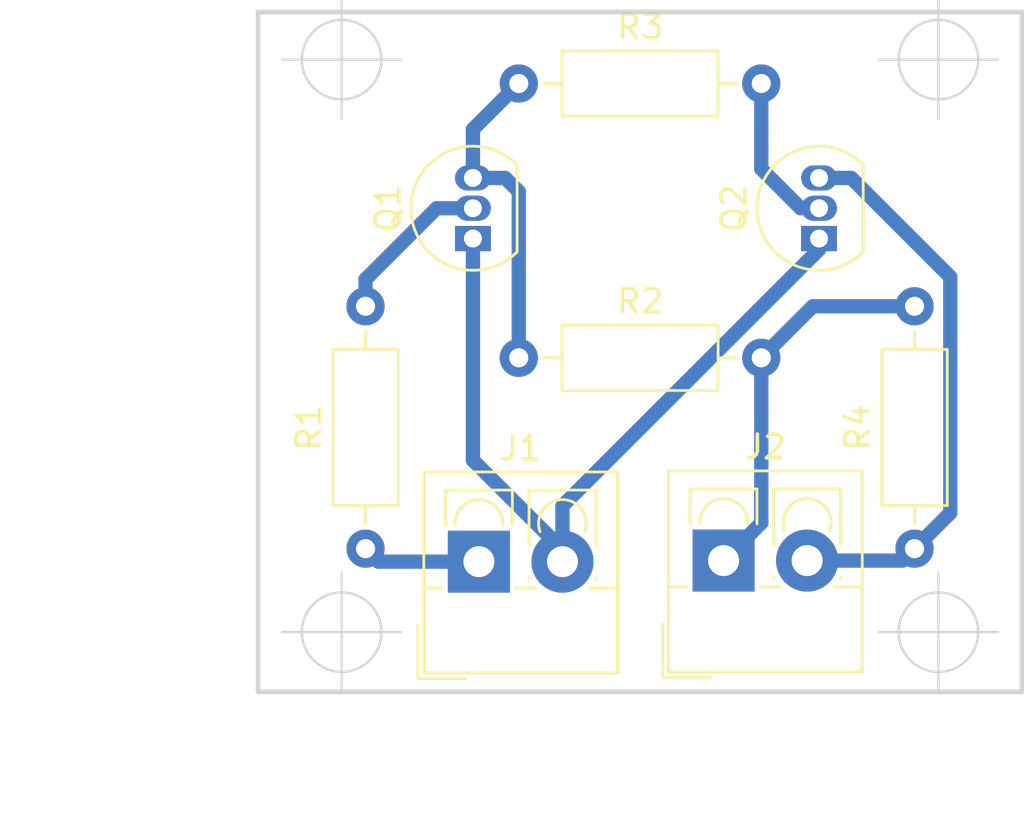
<source format=kicad_pcb>
(kicad_pcb (version 20211014) (generator pcbnew)
  (layers (0 "F.Cu" signal) (31 "B.Cu" signal) (34 "B.Paste" user) (35 "F.Paste" user) (36 "B.SilkS" user "B.Silkscreen") (37 "F.SilkS" user "F.Silkscreen") (38 "B.Mask" user) (39 "F.Mask" user) (44 "Edge.Cuts" user))
  (net 0 "")
  (net 1 "PWM")
  (net 2 "GND")
  (net 3 "+10V")
  (net 4 "Out")
  (net 5 "Net-(Q1-Pad2)")
  (net 6 "Net-(Q1-Pad3)")
  (net 7 "Net-(Q2-Pad2)")
  (footprint "TerminalBlock_4Ucon:TerminalBlock_4Ucon_1x02_P3.50mm_Vertical" (layer "F.Cu") (at 55 39.5)
    (fp_text reference "J2" (at 1.75 -4.76) (layer "F.SilkS"))
    (fp_text value "Screw_Terminal_01x02")
    (fp_line (start 2.1 -3) (end 4.9 -3) (layer "F.SilkS") (width 0.12))
    (fp_line (start -2.31 -3.76) (end -2.31 4.66) (layer "F.SilkS") (width 0.12))
    (fp_line (start 5.81 -3.76) (end 5.81 4.66) (layer "F.SilkS") (width 0.12))
    (fp_line (start 1.4 -3) (end 1.4 -1.54) (layer "F.SilkS") (width 0.12))
    (fp_line (start -2.31 -3.76) (end 5.81 -3.76) (layer "F.SilkS") (width 0.12))
    (fp_line (start -1.4 -3) (end 1.4 -3) (layer "F.SilkS") (width 0.12))
    (fp_line (start -1.4 -3) (end -1.4 -1.54) (layer "F.SilkS") (width 0.12))
    (fp_line (start 2.1 0.75) (end 2.101 0.75) (layer "F.SilkS") (width 0.12))
    (fp_line (start -2.55 4.9) (end -0.55 4.9) (layer "F.SilkS") (width 0.12))
    (fp_line (start 2.1 -3) (end 2.1 -0.689) (layer "F.SilkS") (width 0.12))
    (fp_line (start -2.55 2.66) (end -2.55 4.9) (layer "F.SilkS") (width 0.12))
    (fp_line (start 1.54 1.101) (end 2.367 1.101) (layer "F.SilkS") (width 0.12))
    (fp_line (start 4.634 1.101) (end 5.81 1.101) (layer "F.SilkS") (width 0.12))
    (fp_line (start 4.9 0.689) (end 4.9 0.75) (layer "F.SilkS") (width 0.12))
    (fp_line (start 2.1 0.689) (end 2.1 0.75) (layer "F.SilkS") (width 0.12))
    (fp_line (start -2.31 1.101) (end -1.54 1.101) (layer "F.SilkS") (width 0.12))
    (fp_line (start 4.9 -3) (end 4.9 -0.689) (layer "F.SilkS") (width 0.12))
    (fp_line (start -2.31 4.66) (end 5.81 4.66) (layer "F.SilkS") (width 0.12))
    (fp_line (start 4.9 0.75) (end 4.9 0.75) (layer "F.SilkS") (width 0.12))
    (fp_arc (start 2.560085 -1.257767) (mid 3.499876 -2.600282) (end 4.44 -1.258) (layer "F.SilkS") (width 0.12))
    (fp_arc (start -0.99789 -1.529434) (mid -0.000785 -2.600382) (end 0.998 -1.531) (layer "F.SilkS") (width 0.12))
    (pad "1" thru_hole rect locked (at 0 0) (size 2.6 2.6) (drill 1.3) (layers *.Cu *.Mask) (net 3 "+10V"))
    (pad "2" thru_hole circle locked (at 3.5 0) (size 2.6 2.6) (drill 1.3) (layers *.Cu *.Mask) (net 4 "Out"))
  )
  (footprint "Resistor_THT:R_Axial_DIN0207_L6.3mm_D2.5mm_P10.16mm_Horizontal" (layer "F.Cu") (at 63 39 90)
    (fp_text reference "R4" (at 5.08 -2.37 90) (layer "F.SilkS"))
    (fp_text value "1k")
    (fp_line (start 1.81 -1.37) (end 1.81 1.37) (layer "F.SilkS") (width 0.12))
    (fp_line (start 1.04 0) (end 1.81 0) (layer "F.SilkS") (width 0.12))
    (fp_line (start 9.12 0) (end 8.35 0) (layer "F.SilkS") (width 0.12))
    (fp_line (start 8.35 -1.37) (end 1.81 -1.37) (layer "F.SilkS") (width 0.12))
    (fp_line (start 8.35 1.37) (end 8.35 -1.37) (layer "F.SilkS") (width 0.12))
    (fp_line (start 1.81 1.37) (end 8.35 1.37) (layer "F.SilkS") (width 0.12))
    (pad "1" thru_hole circle locked (at 0 0 90) (size 1.6 1.6) (drill 0.8) (layers *.Cu *.Mask) (net 4 "Out"))
    (pad "2" thru_hole oval locked (at 10.16 0 90) (size 1.6 1.6) (drill 0.8) (layers *.Cu *.Mask) (net 3 "+10V"))
  )
  (footprint "TerminalBlock_4Ucon:TerminalBlock_4Ucon_1x02_P3.50mm_Vertical" (layer "F.Cu") (at 44.75 39.545)
    (fp_text reference "J1" (at 1.75 -4.76) (layer "F.SilkS"))
    (fp_text value "Screw_Terminal_01x02")
    (fp_line (start 2.1 -3) (end 2.1 -0.689) (layer "F.SilkS") (width 0.12))
    (fp_line (start 2.1 0.75) (end 2.101 0.75) (layer "F.SilkS") (width 0.12))
    (fp_line (start 2.1 0.689) (end 2.1 0.75) (layer "F.SilkS") (width 0.12))
    (fp_line (start 1.54 1.101) (end 2.367 1.101) (layer "F.SilkS") (width 0.12))
    (fp_line (start -2.31 -3.76) (end -2.31 4.66) (layer "F.SilkS") (width 0.12))
    (fp_line (start 2.1 -3) (end 4.9 -3) (layer "F.SilkS") (width 0.12))
    (fp_line (start 4.9 0.689) (end 4.9 0.75) (layer "F.SilkS") (width 0.12))
    (fp_line (start -2.31 -3.76) (end 5.81 -3.76) (layer "F.SilkS") (width 0.12))
    (fp_line (start 4.9 0.75) (end 4.9 0.75) (layer "F.SilkS") (width 0.12))
    (fp_line (start -1.4 -3) (end 1.4 -3) (layer "F.SilkS") (width 0.12))
    (fp_line (start -2.55 2.66) (end -2.55 4.9) (layer "F.SilkS") (width 0.12))
    (fp_line (start -2.55 4.9) (end -0.55 4.9) (layer "F.SilkS") (width 0.12))
    (fp_line (start -2.31 4.66) (end 5.81 4.66) (layer "F.SilkS") (width 0.12))
    (fp_line (start -2.31 1.101) (end -1.54 1.101) (layer "F.SilkS") (width 0.12))
    (fp_line (start 1.4 -3) (end 1.4 -1.54) (layer "F.SilkS") (width 0.12))
    (fp_line (start 5.81 -3.76) (end 5.81 4.66) (layer "F.SilkS") (width 0.12))
    (fp_line (start 4.9 -3) (end 4.9 -0.689) (layer "F.SilkS") (width 0.12))
    (fp_line (start 4.634 1.101) (end 5.81 1.101) (layer "F.SilkS") (width 0.12))
    (fp_line (start -1.4 -3) (end -1.4 -1.54) (layer "F.SilkS") (width 0.12))
    (fp_arc (start 2.560085 -1.257767) (mid 3.499876 -2.600282) (end 4.44 -1.258) (layer "F.SilkS") (width 0.12))
    (fp_arc (start -0.99789 -1.529434) (mid -0.000785 -2.600382) (end 0.998 -1.531) (layer "F.SilkS") (width 0.12))
    (pad "1" thru_hole rect locked (at 0 0) (size 2.6 2.6) (drill 1.3) (layers *.Cu *.Mask) (net 1 "PWM"))
    (pad "2" thru_hole circle locked (at 3.5 0) (size 2.6 2.6) (drill 1.3) (layers *.Cu *.Mask) (net 2 "GND"))
  )
  (footprint "Resistor_THT:R_Axial_DIN0207_L6.3mm_D2.5mm_P10.16mm_Horizontal" (layer "F.Cu") (at 46.42 31)
    (fp_text reference "R2" (at 5.08 -2.37) (layer "F.SilkS"))
    (fp_text value "1k")
    (fp_line (start 8.35 -1.37) (end 1.81 -1.37) (layer "F.SilkS") (width 0.12))
    (fp_line (start 1.81 1.37) (end 8.35 1.37) (layer "F.SilkS") (width 0.12))
    (fp_line (start 1.81 -1.37) (end 1.81 1.37) (layer "F.SilkS") (width 0.12))
    (fp_line (start 8.35 1.37) (end 8.35 -1.37) (layer "F.SilkS") (width 0.12))
    (fp_line (start 9.12 0) (end 8.35 0) (layer "F.SilkS") (width 0.12))
    (fp_line (start 1.04 0) (end 1.81 0) (layer "F.SilkS") (width 0.12))
    (pad "1" thru_hole circle locked (at 0 0) (size 1.6 1.6) (drill 0.8) (layers *.Cu *.Mask) (net 6 "Net-(Q1-Pad3)"))
    (pad "2" thru_hole oval locked (at 10.16 0) (size 1.6 1.6) (drill 0.8) (layers *.Cu *.Mask) (net 3 "+10V"))
  )
  (footprint "Package_TO_SOT_THT:TO-92_Inline" (layer "F.Cu") (at 59 26 90)
    (fp_text reference "Q2" (at 1.27 -3.56 90) (layer "F.SilkS"))
    (fp_text value "2N3904")
    (fp_line (start -0.53 1.85) (end 3.07 1.85) (layer "F.SilkS") (width 0.12))
    (fp_arc (start -0.568478 1.838478) (mid -1.132087 -0.994977) (end 1.27 -2.6) (layer "F.SilkS") (width 0.12))
    (fp_arc (start 1.27 -2.6) (mid 3.672087 -0.994977) (end 3.108478 1.838478) (layer "F.SilkS") (width 0.12))
    (pad "1" thru_hole rect locked (at 0 0 90) (size 1.05 1.5) (drill 0.75) (layers *.Cu *.Mask) (net 2 "GND"))
    (pad "2" thru_hole oval locked (at 1.27 0 90) (size 1.05 1.5) (drill 0.75) (layers *.Cu *.Mask) (net 7 "Net-(Q2-Pad2)"))
    (pad "3" thru_hole oval locked (at 2.54 0 90) (size 1.05 1.5) (drill 0.75) (layers *.Cu *.Mask) (net 4 "Out"))
  )
  (footprint "Package_TO_SOT_THT:TO-92_Inline" (layer "F.Cu") (at 44.5 26 90)
    (fp_text reference "Q1" (at 1.27 -3.56 90) (layer "F.SilkS"))
    (fp_text value "2N3904")
    (fp_line (start -0.53 1.85) (end 3.07 1.85) (layer "F.SilkS") (width 0.12))
    (fp_arc (start 1.27 -2.6) (mid 3.672087 -0.994977) (end 3.108478 1.838478) (layer "F.SilkS") (width 0.12))
    (fp_arc (start -0.568478 1.838478) (mid -1.132087 -0.994977) (end 1.27 -2.6) (layer "F.SilkS") (width 0.12))
    (pad "1" thru_hole rect locked (at 0 0 90) (size 1.05 1.5) (drill 0.75) (layers *.Cu *.Mask) (net 2 "GND"))
    (pad "2" thru_hole oval locked (at 1.27 0 90) (size 1.05 1.5) (drill 0.75) (layers *.Cu *.Mask) (net 5 "Net-(Q1-Pad2)"))
    (pad "3" thru_hole oval locked (at 2.54 0 90) (size 1.05 1.5) (drill 0.75) (layers *.Cu *.Mask) (net 6 "Net-(Q1-Pad3)"))
  )
  (footprint "Resistor_THT:R_Axial_DIN0207_L6.3mm_D2.5mm_P10.16mm_Horizontal" (layer "F.Cu") (at 46.42 19.5)
    (fp_text reference "R3" (at 5.08 -2.37) (layer "F.SilkS"))
    (fp_text value "1k")
    (fp_line (start 1.81 -1.37) (end 1.81 1.37) (layer "F.SilkS") (width 0.12))
    (fp_line (start 8.35 -1.37) (end 1.81 -1.37) (layer "F.SilkS") (width 0.12))
    (fp_line (start 9.12 0) (end 8.35 0) (layer "F.SilkS") (width 0.12))
    (fp_line (start 1.81 1.37) (end 8.35 1.37) (layer "F.SilkS") (width 0.12))
    (fp_line (start 1.04 0) (end 1.81 0) (layer "F.SilkS") (width 0.12))
    (fp_line (start 8.35 1.37) (end 8.35 -1.37) (layer "F.SilkS") (width 0.12))
    (pad "1" thru_hole circle locked (at 0 0) (size 1.6 1.6) (drill 0.8) (layers *.Cu *.Mask) (net 6 "Net-(Q1-Pad3)"))
    (pad "2" thru_hole oval locked (at 10.16 0) (size 1.6 1.6) (drill 0.8) (layers *.Cu *.Mask) (net 7 "Net-(Q2-Pad2)"))
  )
  (footprint "Resistor_THT:R_Axial_DIN0207_L6.3mm_D2.5mm_P10.16mm_Horizontal" (layer "F.Cu") (at 40 39 90)
    (fp_text reference "R1" (at 5.08 -2.37 90) (layer "F.SilkS"))
    (fp_text value "4.7k")
    (fp_line (start 1.81 1.37) (end 8.35 1.37) (layer "F.SilkS") (width 0.12))
    (fp_line (start 9.12 0) (end 8.35 0) (layer "F.SilkS") (width 0.12))
    (fp_line (start 1.81 -1.37) (end 1.81 1.37) (layer "F.SilkS") (width 0.12))
    (fp_line (start 1.04 0) (end 1.81 0) (layer "F.SilkS") (width 0.12))
    (fp_line (start 8.35 1.37) (end 8.35 -1.37) (layer "F.SilkS") (width 0.12))
    (fp_line (start 8.35 -1.37) (end 1.81 -1.37) (layer "F.SilkS") (width 0.12))
    (pad "1" thru_hole circle locked (at 0 0 90) (size 1.6 1.6) (drill 0.8) (layers *.Cu *.Mask) (net 1 "PWM"))
    (pad "2" thru_hole oval locked (at 10.16 0 90) (size 1.6 1.6) (drill 0.8) (layers *.Cu *.Mask) (net 5 "Net-(Q1-Pad2)"))
  )
  (gr_rect (start 67.5 45) (end 35.5 16.5) (layer "Edge.Cuts") (width 0.2) (fill none))
  (target plus (at 64 42.5) (size 5) (width 0.1) (layer "Edge.Cuts"))
  (target plus (at 39 42.5) (size 5) (width 0.1) (layer "Edge.Cuts"))
  (target plus (at 64 18.5) (size 5) (width 0.1) (layer "Edge.Cuts"))
  (target plus (at 39 18.5) (size 5) (width 0.1) (layer "Edge.Cuts"))
  (segment (start 44.75 39.545) (end 40.545 39.545) (width 0.6) (layer "B.Cu") (net 1))
  (segment (start 40.545 39.545) (end 40 39) (width 0.6) (layer "B.Cu") (net 1))
  (segment (start 44.5 35.295978) (end 48.25 39.045978) (width 0.6) (layer "B.Cu") (net 2))
  (segment (start 44.5 26) (end 44.5 35.295978) (width 0.6) (layer "B.Cu") (net 2))
  (segment (start 48.25 37.20937) (end 59 26.45937) (width 0.6) (layer "B.Cu") (net 2))
  (segment (start 48.25 39.545) (end 48.25 37.20937) (width 0.6) (layer "B.Cu") (net 2))
  (segment (start 48.25 39.045978) (end 48.25 39.545) (width 0.6) (layer "B.Cu") (net 2))
  (segment (start 59 26.45937) (end 59 26) (width 0.6) (layer "B.Cu") (net 2))
  (segment (start 56.58 37.92) (end 55 39.5) (width 0.6) (layer "B.Cu") (net 3))
  (segment (start 58.74 28.84) (end 56.58 31) (width 0.6) (layer "B.Cu") (net 3))
  (segment (start 63 28.84) (end 58.74 28.84) (width 0.6) (layer "B.Cu") (net 3))
  (segment (start 56.58 31) (end 56.58 37.92) (width 0.6) (layer "B.Cu") (net 3))
  (segment (start 60.35 23.46) (end 64.499511 27.609511) (width 0.6) (layer "B.Cu") (net 4))
  (segment (start 58.5 39.5) (end 62.5 39.5) (width 0.6) (layer "B.Cu") (net 4))
  (segment (start 59 23.46) (end 60.35 23.46) (width 0.6) (layer "B.Cu") (net 4))
  (segment (start 62.5 39.5) (end 63 39) (width 0.6) (layer "B.Cu") (net 4))
  (segment (start 64.499511 27.609511) (end 64.499511 37.500489) (width 0.6) (layer "B.Cu") (net 4))
  (segment (start 64.499511 37.500489) (end 63 39) (width 0.6) (layer "B.Cu") (net 4))
  (segment (start 40 27.70863) (end 42.97863 24.73) (width 0.6) (layer "B.Cu") (net 5))
  (segment (start 40 28.84) (end 40 27.70863) (width 0.6) (layer "B.Cu") (net 5))
  (segment (start 42.97863 24.73) (end 44.5 24.73) (width 0.6) (layer "B.Cu") (net 5))
  (segment (start 44.5 23.46) (end 44.5 21.42) (width 0.6) (layer "B.Cu") (net 6))
  (segment (start 46.42 24.03) (end 45.85 23.46) (width 0.6) (layer "B.Cu") (net 6))
  (segment (start 44.5 21.42) (end 46.42 19.5) (width 0.6) (layer "B.Cu") (net 6))
  (segment (start 45.85 23.46) (end 44.5 23.46) (width 0.6) (layer "B.Cu") (net 6))
  (segment (start 46.42 31) (end 46.42 24.03) (width 0.6) (layer "B.Cu") (net 6))
  (segment (start 58.23 24.73) (end 59 24.73) (width 0.6) (layer "B.Cu") (net 7))
  (segment (start 56.58 19.5) (end 56.58 23.08) (width 0.6) (layer "B.Cu") (net 7))
  (segment (start 56.58 23.08) (end 58.23 24.73) (width 0.6) (layer "B.Cu") (net 7))
)
</source>
